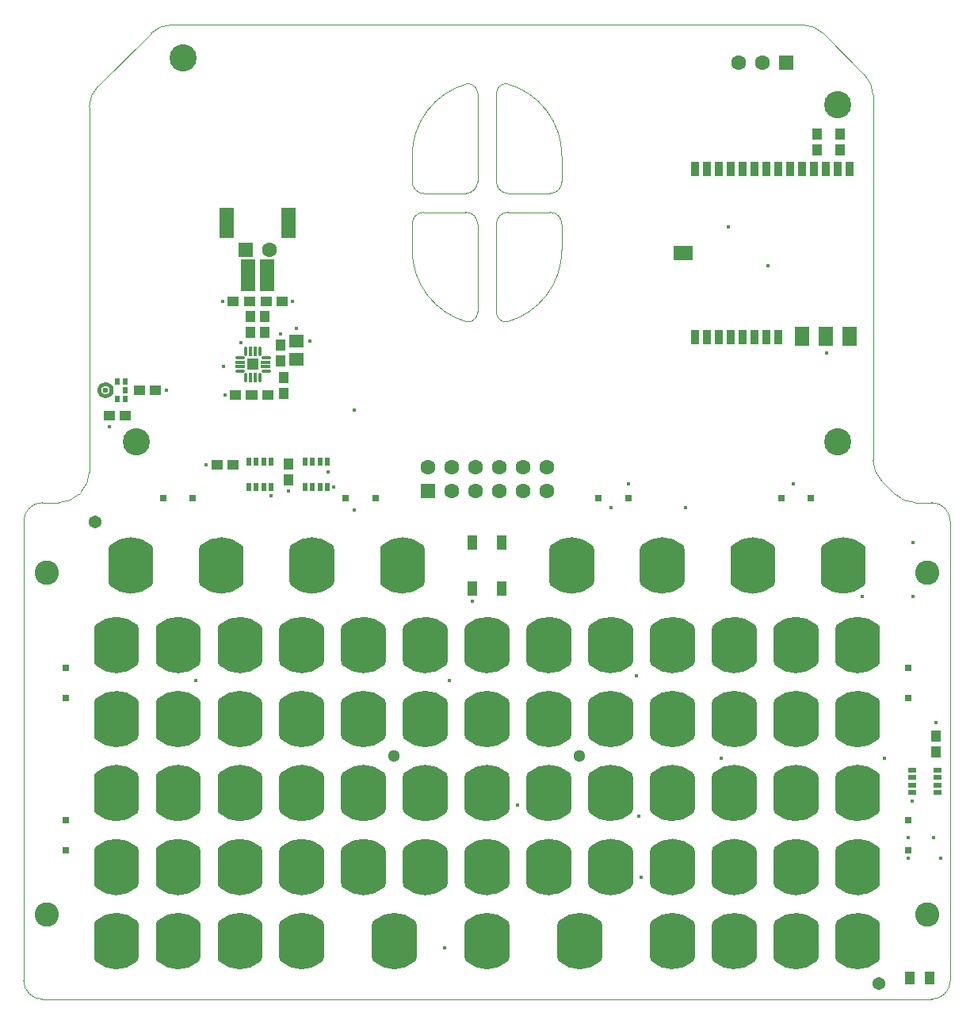
<source format=gts>
G04*
G04 #@! TF.GenerationSoftware,Altium Limited,Altium Designer,24.2.2 (26)*
G04*
G04 Layer_Color=8388736*
%FSLAX25Y25*%
%MOIN*%
G70*
G04*
G04 #@! TF.SameCoordinates,414444BF-B964-4898-950E-571982E1B149*
G04*
G04*
G04 #@! TF.FilePolarity,Negative*
G04*
G01*
G75*
%ADD16C,0.00394*%
%ADD38C,0.03937*%
%ADD39C,0.01575*%
%ADD40R,0.05906X0.12598*%
%ADD41R,0.06299X0.13780*%
%ADD42R,0.04724X0.04331*%
%ADD43R,0.02449X0.02756*%
%ADD44C,0.01575*%
%ADD45C,0.03937*%
%ADD46C,0.10236*%
%ADD47R,0.02992X0.03032*%
%ADD48R,0.04331X0.05512*%
%ADD49R,0.03543X0.02165*%
%ADD50R,0.04331X0.04724*%
%ADD51R,0.03543X0.06299*%
%ADD52R,0.06299X0.08268*%
%ADD53R,0.08268X0.06299*%
%ADD54R,0.04331X0.06299*%
%ADD55R,0.03032X0.02992*%
%ADD56R,0.02165X0.03543*%
%ADD57O,0.01575X0.03937*%
%ADD58O,0.01575X0.04134*%
%ADD59O,0.03937X0.01575*%
%ADD60O,0.04134X0.01575*%
%ADD61R,0.04724X0.04724*%
%ADD62R,0.06299X0.05512*%
%ADD63C,0.06299*%
%ADD64R,0.06299X0.06299*%
%ADD65C,0.02362*%
%ADD66C,0.05394*%
%ADD67C,0.05118*%
%ADD68C,0.11417*%
%ADD69C,0.01772*%
G36*
X81013Y-7521D02*
X83096D01*
Y-21748D01*
X80960D01*
Y-23210D01*
X66340D01*
Y-21694D01*
X64297D01*
Y-7467D01*
X66393D01*
Y-6280D01*
X81013D01*
Y-7521D01*
D02*
G37*
G36*
X157194Y-7521D02*
X159277D01*
Y-21748D01*
X157141D01*
Y-23210D01*
X142522D01*
Y-21694D01*
X140478D01*
Y-7467D01*
X142574D01*
Y-6280D01*
X157194D01*
Y-7521D01*
D02*
G37*
G36*
X119103D02*
X121186D01*
Y-21748D01*
X119051D01*
Y-23210D01*
X104431D01*
Y-21694D01*
X102387D01*
Y-7467D01*
X104484D01*
Y-6280D01*
X119103D01*
Y-7521D01*
D02*
G37*
G36*
X42922D02*
X45005D01*
Y-21748D01*
X42869D01*
Y-23210D01*
X28250D01*
Y-21694D01*
X26206D01*
Y-7467D01*
X28302D01*
Y-6280D01*
X42922D01*
Y-7521D01*
D02*
G37*
G36*
X-28239D02*
X-26156D01*
Y-21748D01*
X-28292D01*
Y-23210D01*
X-42912D01*
Y-21694D01*
X-44955D01*
Y-7467D01*
X-42859D01*
Y-6280D01*
X-28239D01*
Y-7521D01*
D02*
G37*
G36*
X-66330D02*
X-64247D01*
Y-21748D01*
X-66383D01*
Y-23210D01*
X-81002D01*
Y-21694D01*
X-83046D01*
Y-7467D01*
X-80949D01*
Y-6280D01*
X-66330D01*
Y-7521D01*
D02*
G37*
G36*
X-104420D02*
X-102337D01*
Y-21748D01*
X-104473D01*
Y-23210D01*
X-119093D01*
Y-21694D01*
X-121136D01*
Y-7467D01*
X-119040D01*
Y-6280D01*
X-104420D01*
Y-7521D01*
D02*
G37*
G36*
X-142511D02*
X-140428D01*
Y-21748D01*
X-142564D01*
Y-23210D01*
X-157183D01*
Y-21694D01*
X-159227D01*
Y-7467D01*
X-157131D01*
Y-6280D01*
X-142511D01*
Y-7521D01*
D02*
G37*
G36*
X163237Y-40946D02*
X165320D01*
Y-55173D01*
X163184D01*
Y-56635D01*
X148565D01*
Y-55119D01*
X146521D01*
Y-40892D01*
X148617D01*
Y-39706D01*
X163237D01*
Y-40946D01*
D02*
G37*
G36*
X137253D02*
X139336D01*
Y-55173D01*
X137200D01*
Y-56635D01*
X122581D01*
Y-55119D01*
X120537D01*
Y-40892D01*
X122633D01*
Y-39706D01*
X137253D01*
Y-40946D01*
D02*
G37*
G36*
X111268D02*
X113352D01*
Y-55173D01*
X111216D01*
Y-56635D01*
X96596D01*
Y-55119D01*
X94552D01*
Y-40892D01*
X96649D01*
Y-39706D01*
X111268D01*
Y-40946D01*
D02*
G37*
G36*
X85284D02*
X87367D01*
Y-55173D01*
X85232D01*
Y-56635D01*
X70612D01*
Y-55119D01*
X68568D01*
Y-40892D01*
X70665D01*
Y-39706D01*
X85284D01*
Y-40946D01*
D02*
G37*
G36*
X59300D02*
X61383D01*
Y-55173D01*
X59247D01*
Y-56635D01*
X44628D01*
Y-55119D01*
X42584D01*
Y-40892D01*
X44680D01*
Y-39706D01*
X59300D01*
Y-40946D01*
D02*
G37*
G36*
X33316D02*
X35399D01*
Y-55173D01*
X33263D01*
Y-56635D01*
X18643D01*
Y-55119D01*
X16600D01*
Y-40892D01*
X18696D01*
Y-39706D01*
X33316D01*
Y-40946D01*
D02*
G37*
G36*
X7331D02*
X9415D01*
Y-55173D01*
X7279D01*
Y-56635D01*
X-7341D01*
Y-55119D01*
X-9385D01*
Y-40892D01*
X-7288D01*
Y-39706D01*
X7331D01*
Y-40946D01*
D02*
G37*
G36*
X-18653D02*
X-16570D01*
Y-55173D01*
X-18705D01*
Y-56635D01*
X-33325D01*
Y-55119D01*
X-35369D01*
Y-40892D01*
X-33272D01*
Y-39706D01*
X-18653D01*
Y-40946D01*
D02*
G37*
G36*
X-44637D02*
X-42554D01*
Y-55173D01*
X-44690D01*
Y-56635D01*
X-59309D01*
Y-55119D01*
X-61353D01*
Y-40892D01*
X-59257D01*
Y-39706D01*
X-44637D01*
Y-40946D01*
D02*
G37*
G36*
X-70621D02*
X-68538D01*
Y-55173D01*
X-70674D01*
Y-56635D01*
X-85294D01*
Y-55119D01*
X-87337D01*
Y-40892D01*
X-85241D01*
Y-39706D01*
X-70621D01*
Y-40946D01*
D02*
G37*
G36*
X-96606D02*
X-94522D01*
Y-55173D01*
X-96658D01*
Y-56635D01*
X-111278D01*
Y-55119D01*
X-113322D01*
Y-40892D01*
X-111225D01*
Y-39706D01*
X-96606D01*
Y-40946D01*
D02*
G37*
G36*
X-122590D02*
X-120507D01*
Y-55173D01*
X-122642D01*
Y-56635D01*
X-137262D01*
Y-55119D01*
X-139306D01*
Y-40892D01*
X-137209D01*
Y-39706D01*
X-122590D01*
Y-40946D01*
D02*
G37*
G36*
X-148574D02*
X-146491D01*
Y-55173D01*
X-148627D01*
Y-56635D01*
X-163246D01*
Y-55119D01*
X-165290D01*
Y-40892D01*
X-163194D01*
Y-39706D01*
X-148574D01*
Y-40946D01*
D02*
G37*
G36*
X163237Y-72048D02*
X165320D01*
Y-86276D01*
X163184D01*
Y-87737D01*
X148565D01*
Y-86221D01*
X146521D01*
Y-71994D01*
X148617D01*
Y-70808D01*
X163237D01*
Y-72048D01*
D02*
G37*
G36*
X137253D02*
X139336D01*
Y-86276D01*
X137200D01*
Y-87737D01*
X122581D01*
Y-86221D01*
X120537D01*
Y-71994D01*
X122633D01*
Y-70808D01*
X137253D01*
Y-72048D01*
D02*
G37*
G36*
X111268D02*
X113352D01*
Y-86276D01*
X111216D01*
Y-87737D01*
X96596D01*
Y-86221D01*
X94552D01*
Y-71994D01*
X96649D01*
Y-70808D01*
X111268D01*
Y-72048D01*
D02*
G37*
G36*
X85284D02*
X87367D01*
Y-86276D01*
X85232D01*
Y-87737D01*
X70612D01*
Y-86221D01*
X68568D01*
Y-71994D01*
X70665D01*
Y-70808D01*
X85284D01*
Y-72048D01*
D02*
G37*
G36*
X59300D02*
X61383D01*
Y-86276D01*
X59247D01*
Y-87737D01*
X44628D01*
Y-86221D01*
X42584D01*
Y-71994D01*
X44680D01*
Y-70808D01*
X59300D01*
Y-72048D01*
D02*
G37*
G36*
X33316D02*
X35399D01*
Y-86276D01*
X33263D01*
Y-87737D01*
X18643D01*
Y-86221D01*
X16600D01*
Y-71994D01*
X18696D01*
Y-70808D01*
X33316D01*
Y-72048D01*
D02*
G37*
G36*
X7331D02*
X9415D01*
Y-86276D01*
X7279D01*
Y-87737D01*
X-7341D01*
Y-86221D01*
X-9385D01*
Y-71994D01*
X-7288D01*
Y-70808D01*
X7331D01*
Y-72048D01*
D02*
G37*
G36*
X-18653D02*
X-16570D01*
Y-86276D01*
X-18705D01*
Y-87737D01*
X-33325D01*
Y-86221D01*
X-35369D01*
Y-71994D01*
X-33272D01*
Y-70808D01*
X-18653D01*
Y-72048D01*
D02*
G37*
G36*
X-44637D02*
X-42554D01*
Y-86276D01*
X-44690D01*
Y-87737D01*
X-59309D01*
Y-86221D01*
X-61353D01*
Y-71994D01*
X-59257D01*
Y-70808D01*
X-44637D01*
Y-72048D01*
D02*
G37*
G36*
X-70621D02*
X-68538D01*
Y-86276D01*
X-70674D01*
Y-87737D01*
X-85294D01*
Y-86221D01*
X-87337D01*
Y-71994D01*
X-85241D01*
Y-70808D01*
X-70621D01*
Y-72048D01*
D02*
G37*
G36*
X-96606D02*
X-94522D01*
Y-86276D01*
X-96658D01*
Y-87737D01*
X-111278D01*
Y-86221D01*
X-113322D01*
Y-71994D01*
X-111225D01*
Y-70808D01*
X-96606D01*
Y-72048D01*
D02*
G37*
G36*
X-122590D02*
X-120507D01*
Y-86276D01*
X-122642D01*
Y-87737D01*
X-137262D01*
Y-86221D01*
X-139306D01*
Y-71994D01*
X-137209D01*
Y-70808D01*
X-122590D01*
Y-72048D01*
D02*
G37*
G36*
X-148574D02*
X-146491D01*
Y-86276D01*
X-148627D01*
Y-87737D01*
X-163246D01*
Y-86221D01*
X-165290D01*
Y-71994D01*
X-163194D01*
Y-70808D01*
X-148574D01*
Y-72048D01*
D02*
G37*
G36*
X163237Y-103151D02*
X165320D01*
Y-117378D01*
X163184D01*
Y-118840D01*
X148565D01*
Y-117324D01*
X146521D01*
Y-103096D01*
X148617D01*
Y-101910D01*
X163237D01*
Y-103151D01*
D02*
G37*
G36*
X137253D02*
X139336D01*
Y-117378D01*
X137200D01*
Y-118840D01*
X122581D01*
Y-117324D01*
X120537D01*
Y-103096D01*
X122633D01*
Y-101910D01*
X137253D01*
Y-103151D01*
D02*
G37*
G36*
X111268D02*
X113352D01*
Y-117378D01*
X111216D01*
Y-118840D01*
X96596D01*
Y-117324D01*
X94552D01*
Y-103096D01*
X96649D01*
Y-101910D01*
X111268D01*
Y-103151D01*
D02*
G37*
G36*
X85284D02*
X87367D01*
Y-117378D01*
X85232D01*
Y-118840D01*
X70612D01*
Y-117324D01*
X68568D01*
Y-103096D01*
X70665D01*
Y-101910D01*
X85284D01*
Y-103151D01*
D02*
G37*
G36*
X59300D02*
X61383D01*
Y-117378D01*
X59247D01*
Y-118840D01*
X44628D01*
Y-117324D01*
X42584D01*
Y-103096D01*
X44680D01*
Y-101910D01*
X59300D01*
Y-103151D01*
D02*
G37*
G36*
X33316D02*
X35399D01*
Y-117378D01*
X33263D01*
Y-118840D01*
X18643D01*
Y-117324D01*
X16600D01*
Y-103096D01*
X18696D01*
Y-101910D01*
X33316D01*
Y-103151D01*
D02*
G37*
G36*
X7331D02*
X9415D01*
Y-117378D01*
X7279D01*
Y-118840D01*
X-7341D01*
Y-117324D01*
X-9385D01*
Y-103096D01*
X-7288D01*
Y-101910D01*
X7331D01*
Y-103151D01*
D02*
G37*
G36*
X-18653D02*
X-16570D01*
Y-117378D01*
X-18705D01*
Y-118840D01*
X-33325D01*
Y-117324D01*
X-35369D01*
Y-103096D01*
X-33272D01*
Y-101910D01*
X-18653D01*
Y-103151D01*
D02*
G37*
G36*
X-44637D02*
X-42554D01*
Y-117378D01*
X-44690D01*
Y-118840D01*
X-59309D01*
Y-117324D01*
X-61353D01*
Y-103096D01*
X-59257D01*
Y-101910D01*
X-44637D01*
Y-103151D01*
D02*
G37*
G36*
X-70621D02*
X-68538D01*
Y-117378D01*
X-70674D01*
Y-118840D01*
X-85294D01*
Y-117324D01*
X-87337D01*
Y-103096D01*
X-85241D01*
Y-101910D01*
X-70621D01*
Y-103151D01*
D02*
G37*
G36*
X-96606D02*
X-94522D01*
Y-117378D01*
X-96658D01*
Y-118840D01*
X-111278D01*
Y-117324D01*
X-113322D01*
Y-103096D01*
X-111225D01*
Y-101910D01*
X-96606D01*
Y-103151D01*
D02*
G37*
G36*
X-122590D02*
X-120507D01*
Y-117378D01*
X-122642D01*
Y-118840D01*
X-137262D01*
Y-117324D01*
X-139306D01*
Y-103096D01*
X-137209D01*
Y-101910D01*
X-122590D01*
Y-103151D01*
D02*
G37*
G36*
X-148574D02*
X-146491D01*
Y-117378D01*
X-148627D01*
Y-118840D01*
X-163246D01*
Y-117324D01*
X-165290D01*
Y-103096D01*
X-163194D01*
Y-101910D01*
X-148574D01*
Y-103151D01*
D02*
G37*
G36*
X163237Y-134253D02*
X165320D01*
Y-148480D01*
X163184D01*
Y-149942D01*
X148565D01*
Y-148426D01*
X146521D01*
Y-134199D01*
X148617D01*
Y-133013D01*
X163237D01*
Y-134253D01*
D02*
G37*
G36*
X137253D02*
X139336D01*
Y-148480D01*
X137200D01*
Y-149942D01*
X122581D01*
Y-148426D01*
X120537D01*
Y-134199D01*
X122633D01*
Y-133013D01*
X137253D01*
Y-134253D01*
D02*
G37*
G36*
X111268D02*
X113352D01*
Y-148480D01*
X111216D01*
Y-149942D01*
X96596D01*
Y-148426D01*
X94552D01*
Y-134199D01*
X96649D01*
Y-133013D01*
X111268D01*
Y-134253D01*
D02*
G37*
G36*
X85284D02*
X87367D01*
Y-148480D01*
X85232D01*
Y-149942D01*
X70612D01*
Y-148426D01*
X68568D01*
Y-134199D01*
X70665D01*
Y-133013D01*
X85284D01*
Y-134253D01*
D02*
G37*
G36*
X59300D02*
X61383D01*
Y-148480D01*
X59247D01*
Y-149942D01*
X44628D01*
Y-148426D01*
X42584D01*
Y-134199D01*
X44680D01*
Y-133013D01*
X59300D01*
Y-134253D01*
D02*
G37*
G36*
X33316D02*
X35399D01*
Y-148480D01*
X33263D01*
Y-149942D01*
X18643D01*
Y-148426D01*
X16600D01*
Y-134199D01*
X18696D01*
Y-133013D01*
X33316D01*
Y-134253D01*
D02*
G37*
G36*
X7331D02*
X9415D01*
Y-148480D01*
X7279D01*
Y-149942D01*
X-7341D01*
Y-148426D01*
X-9385D01*
Y-134199D01*
X-7288D01*
Y-133013D01*
X7331D01*
Y-134253D01*
D02*
G37*
G36*
X-18653D02*
X-16570D01*
Y-148480D01*
X-18705D01*
Y-149942D01*
X-33325D01*
Y-148426D01*
X-35369D01*
Y-134199D01*
X-33272D01*
Y-133013D01*
X-18653D01*
Y-134253D01*
D02*
G37*
G36*
X-44637D02*
X-42554D01*
Y-148480D01*
X-44690D01*
Y-149942D01*
X-59309D01*
Y-148426D01*
X-61353D01*
Y-134199D01*
X-59257D01*
Y-133013D01*
X-44637D01*
Y-134253D01*
D02*
G37*
G36*
X-70621D02*
X-68538D01*
Y-148480D01*
X-70674D01*
Y-149942D01*
X-85294D01*
Y-148426D01*
X-87337D01*
Y-134199D01*
X-85241D01*
Y-133013D01*
X-70621D01*
Y-134253D01*
D02*
G37*
G36*
X-96606D02*
X-94522D01*
Y-148480D01*
X-96658D01*
Y-149942D01*
X-111278D01*
Y-148426D01*
X-113322D01*
Y-134199D01*
X-111225D01*
Y-133013D01*
X-96606D01*
Y-134253D01*
D02*
G37*
G36*
X-122590D02*
X-120507D01*
Y-148480D01*
X-122642D01*
Y-149942D01*
X-137262D01*
Y-148426D01*
X-139306D01*
Y-134199D01*
X-137209D01*
Y-133013D01*
X-122590D01*
Y-134253D01*
D02*
G37*
G36*
X-148574D02*
X-146491D01*
Y-148480D01*
X-148627D01*
Y-149942D01*
X-163246D01*
Y-148426D01*
X-165290D01*
Y-134199D01*
X-163194D01*
Y-133013D01*
X-148574D01*
Y-134253D01*
D02*
G37*
G36*
Y-165355D02*
X-146491D01*
Y-179583D01*
X-148627D01*
Y-181044D01*
X-163246D01*
Y-179529D01*
X-165290D01*
Y-165301D01*
X-163194D01*
Y-164115D01*
X-148574D01*
Y-165355D01*
D02*
G37*
G36*
X163237Y-165359D02*
X165320D01*
Y-179586D01*
X163184D01*
Y-181048D01*
X148565D01*
Y-179532D01*
X146521D01*
Y-165305D01*
X148617D01*
Y-164119D01*
X163237D01*
Y-165359D01*
D02*
G37*
G36*
X137253D02*
X139336D01*
Y-179586D01*
X137200D01*
Y-181048D01*
X122581D01*
Y-179532D01*
X120537D01*
Y-165305D01*
X122633D01*
Y-164119D01*
X137253D01*
Y-165359D01*
D02*
G37*
G36*
X111268D02*
X113352D01*
Y-179586D01*
X111216D01*
Y-181048D01*
X96596D01*
Y-179532D01*
X94552D01*
Y-165305D01*
X96649D01*
Y-164119D01*
X111268D01*
Y-165359D01*
D02*
G37*
G36*
X85284D02*
X87367D01*
Y-179586D01*
X85232D01*
Y-181048D01*
X70612D01*
Y-179532D01*
X68568D01*
Y-165305D01*
X70665D01*
Y-164119D01*
X85284D01*
Y-165359D01*
D02*
G37*
G36*
X46308D02*
X48391D01*
Y-179586D01*
X46255D01*
Y-181048D01*
X31636D01*
Y-179532D01*
X29592D01*
Y-165305D01*
X31688D01*
Y-164119D01*
X46308D01*
Y-165359D01*
D02*
G37*
G36*
X7332D02*
X9415D01*
Y-179586D01*
X7279D01*
Y-181048D01*
X-7341D01*
Y-179532D01*
X-9385D01*
Y-165305D01*
X-7288D01*
Y-164119D01*
X7332D01*
Y-165359D01*
D02*
G37*
G36*
X-31645D02*
X-29562D01*
Y-179586D01*
X-31697D01*
Y-181048D01*
X-46317D01*
Y-179532D01*
X-48361D01*
Y-165305D01*
X-46264D01*
Y-164119D01*
X-31645D01*
Y-165359D01*
D02*
G37*
G36*
X-70621D02*
X-68538D01*
Y-179586D01*
X-70674D01*
Y-181048D01*
X-85294D01*
Y-179532D01*
X-87337D01*
Y-165305D01*
X-85241D01*
Y-164119D01*
X-70621D01*
Y-165359D01*
D02*
G37*
G36*
X-96606D02*
X-94522D01*
Y-179586D01*
X-96658D01*
Y-181048D01*
X-111278D01*
Y-179532D01*
X-113321D01*
Y-165305D01*
X-111225D01*
Y-164119D01*
X-96606D01*
Y-165359D01*
D02*
G37*
G36*
X-122590D02*
X-120507D01*
Y-179586D01*
X-122642D01*
Y-181048D01*
X-137262D01*
Y-179532D01*
X-139306D01*
Y-165305D01*
X-137209D01*
Y-164119D01*
X-122590D01*
Y-165359D01*
D02*
G37*
D16*
X-31496Y118110D02*
G03*
X-8152Y87687I31496J0D01*
G01*
D02*
G03*
X-3937Y91902I0J4215D01*
G01*
X8152Y87687D02*
G03*
X31496Y118110I-8152J30423D01*
G01*
X3937Y91902D02*
G03*
X8152Y87687I4215J0D01*
G01*
X26496Y141733D02*
G03*
X31496Y146733I0J5000D01*
G01*
Y128858D02*
G03*
X26496Y133858I-5000J0D01*
G01*
X-3937Y183688D02*
G03*
X-8152Y187903I-4215J0D01*
G01*
D02*
G03*
X-31496Y157480I8152J-30423D01*
G01*
X8152Y187904D02*
G03*
X3937Y183689I0J-4215D01*
G01*
X31496Y157481D02*
G03*
X8152Y187904I-31496J0D01*
G01*
X8937Y133858D02*
G03*
X3937Y128858I0J-5000D01*
G01*
X-26496Y133858D02*
G03*
X-31496Y128858I0J-5000D01*
G01*
X-3937D02*
G03*
X-8937Y133858I-5000J0D01*
G01*
X3937Y146733D02*
G03*
X8937Y141733I5000J0D01*
G01*
X-8937Y141732D02*
G03*
X-3937Y146732I0J5000D01*
G01*
X-31496D02*
G03*
X-26496Y141732I5000J0D01*
G01*
X194883Y3937D02*
G03*
X187008Y11812I-7875J0D01*
G01*
Y-196851D02*
G03*
X194883Y-188976I0J7875D01*
G01*
X-194883D02*
G03*
X-187008Y-196851I7875J0D01*
G01*
Y11812D02*
G03*
X-194883Y3937I0J-7875D01*
G01*
X-180197Y11811D02*
G03*
X-171661Y15347I0J12071D01*
G01*
X171661D02*
G03*
X180197Y11811I8535J8535D01*
G01*
X-170858Y16150D02*
G03*
X-167323Y24685I-8535J8535D01*
G01*
X162402Y29606D02*
G03*
X165937Y21071I12071J0D01*
G01*
X-163787Y186606D02*
G03*
X-167323Y178071I8535J-8535D01*
G01*
X-132795Y212598D02*
G03*
X-141331Y209063I0J-12071D01*
G01*
X141331D02*
G03*
X132795Y212598I-8535J-8535D01*
G01*
X162402Y182992D02*
G03*
X158866Y191528I-12071J0D01*
G01*
X-3937Y91902D02*
Y128858D01*
X31496Y128858D02*
X31496Y118110D01*
X3937Y91902D02*
Y128858D01*
X-31496Y118110D02*
Y128858D01*
X31496Y146733D02*
Y157481D01*
X-3937Y146732D02*
Y183688D01*
X-31496Y146732D02*
Y157480D01*
X3937Y146733D02*
Y183689D01*
X8937Y133858D02*
X26496D01*
X-26496D02*
X-8937D01*
X8937Y141733D02*
X26496D01*
X-26496Y141732D02*
X-8937D01*
X194882Y-188977D02*
Y3938D01*
X180197Y11811D02*
X187009D01*
X-187009Y-196850D02*
X187009D01*
X-194882Y-188977D02*
Y3938D01*
X-187009Y11811D02*
X-180197D01*
X-171661Y15347D02*
X-171260Y15748D01*
X171260D02*
X171661Y15347D01*
X-171260Y15748D02*
X-170858Y16150D01*
X-167323Y24685D02*
Y31575D01*
X165937Y21071D02*
X171260Y15748D01*
X162402Y29606D02*
Y29766D01*
X-167323Y31575D02*
Y178071D01*
X-163787Y186606D02*
X-141331Y209063D01*
X-132795Y212598D02*
X132795D01*
X141331Y209063D02*
X158866Y191528D01*
X162402Y29766D02*
Y182992D01*
D38*
X157194Y-7521D02*
G03*
X149827Y-4725I-7340J-8240D01*
G01*
D02*
G03*
X142574Y-7467I26J-11035D01*
G01*
X-122590Y-103151D02*
G03*
X-137209Y-103096I-7340J-8240D01*
G01*
X59300Y-134253D02*
G03*
X44680Y-134199I-7340J-8240D01*
G01*
X33316Y-134253D02*
G03*
X18696Y-134199I-7340J-8240D01*
G01*
X-104420Y-7521D02*
G03*
X-119040Y-7467I-7340J-8240D01*
G01*
X66340Y-21694D02*
G03*
X80960Y-21748I7340J8240D01*
G01*
X-163246Y-179529D02*
G03*
X-148627Y-179583I7340J8240D01*
G01*
X-137262Y-179532D02*
G03*
X-122642Y-179586I7340J8240D01*
G01*
X-111278Y-179532D02*
G03*
X-96658Y-179586I7340J8240D01*
G01*
X-96606Y-165359D02*
G03*
X-111225Y-165305I-7340J-8240D01*
G01*
X-85294Y-179532D02*
G03*
X-70674Y-179586I7340J8240D01*
G01*
X-46317Y-179532D02*
G03*
X-31697Y-179586I7340J8240D01*
G01*
X-7341Y-179532D02*
G03*
X7279Y-179586I7340J8240D01*
G01*
X31636Y-179532D02*
G03*
X46255Y-179586I7340J8240D01*
G01*
X70612Y-179532D02*
G03*
X85232Y-179586I7340J8240D01*
G01*
X96596Y-179532D02*
G03*
X111216Y-179586I7340J8240D01*
G01*
X122581Y-179532D02*
G03*
X137200Y-179586I7340J8240D01*
G01*
X148565Y-179532D02*
G03*
X163184Y-179586I7340J8240D01*
G01*
X70612Y-148426D02*
G03*
X85232Y-148480I7340J8240D01*
G01*
X96596Y-148426D02*
G03*
X111216Y-148480I7340J8240D01*
G01*
X122581Y-148426D02*
G03*
X137200Y-148480I7340J8240D01*
G01*
X148565Y-148426D02*
G03*
X163184Y-148480I7340J8240D01*
G01*
X-33325Y-148426D02*
G03*
X-18705Y-148480I7340J8240D01*
G01*
X-7341Y-148426D02*
G03*
X7279Y-148480I7340J8240D01*
G01*
X18643Y-148426D02*
G03*
X33263Y-148480I7340J8240D01*
G01*
X44628Y-148426D02*
G03*
X59247Y-148480I7340J8240D01*
G01*
X-137262Y-148426D02*
G03*
X-122642Y-148480I7340J8240D01*
G01*
X-111278Y-148426D02*
G03*
X-96658Y-148480I7340J8240D01*
G01*
X-85294Y-148426D02*
G03*
X-70674Y-148480I7340J8240D01*
G01*
X-59309Y-148426D02*
G03*
X-44690Y-148480I7340J8240D01*
G01*
X-163246Y-148426D02*
G03*
X-148627Y-148480I7340J8240D01*
G01*
X70612Y-117324D02*
G03*
X85232Y-117378I7340J8240D01*
G01*
X96596Y-117324D02*
G03*
X111216Y-117378I7340J8240D01*
G01*
X122581Y-117324D02*
G03*
X137200Y-117378I7340J8240D01*
G01*
X148565Y-117324D02*
G03*
X163184Y-117378I7340J8240D01*
G01*
X-33325Y-117324D02*
G03*
X-18705Y-117378I7340J8240D01*
G01*
X-7341Y-117324D02*
G03*
X7279Y-117378I7340J8240D01*
G01*
X18643Y-117324D02*
G03*
X33263Y-117378I7340J8240D01*
G01*
X44628Y-117324D02*
G03*
X59247Y-117378I7340J8240D01*
G01*
X-137262Y-117324D02*
G03*
X-122642Y-117378I7340J8240D01*
G01*
X-111278Y-117324D02*
G03*
X-96658Y-117378I7340J8240D01*
G01*
X-85294Y-117324D02*
G03*
X-70674Y-117378I7340J8240D01*
G01*
X-59309Y-117324D02*
G03*
X-44690Y-117378I7340J8240D01*
G01*
X-163246Y-117324D02*
G03*
X-148627Y-117378I7340J8240D01*
G01*
X70612Y-86221D02*
G03*
X85232Y-86276I7340J8240D01*
G01*
X96596Y-86221D02*
G03*
X111216Y-86276I7340J8240D01*
G01*
X122581Y-86221D02*
G03*
X137200Y-86276I7340J8240D01*
G01*
X148565Y-86221D02*
G03*
X163184Y-86276I7340J8240D01*
G01*
X-33325Y-86221D02*
G03*
X-18705Y-86276I7340J8240D01*
G01*
X-7341Y-86221D02*
G03*
X7279Y-86276I7340J8240D01*
G01*
X18643Y-86221D02*
G03*
X33263Y-86276I7340J8240D01*
G01*
X44628Y-86221D02*
G03*
X59247Y-86276I7340J8240D01*
G01*
X-137262Y-86221D02*
G03*
X-122642Y-86276I7340J8240D01*
G01*
X-111278Y-86221D02*
G03*
X-96658Y-86276I7340J8240D01*
G01*
X-85294Y-86221D02*
G03*
X-70674Y-86276I7340J8240D01*
G01*
X-59309Y-86221D02*
G03*
X-44690Y-86276I7340J8240D01*
G01*
X-163246Y-86221D02*
G03*
X-148627Y-86276I7340J8240D01*
G01*
X70612Y-55119D02*
G03*
X85232Y-55173I7340J8240D01*
G01*
X96596Y-55119D02*
G03*
X111216Y-55173I7340J8240D01*
G01*
X122581Y-55119D02*
G03*
X137200Y-55173I7340J8240D01*
G01*
X148565Y-55119D02*
G03*
X163184Y-55173I7340J8240D01*
G01*
X-33325Y-55119D02*
G03*
X-18705Y-55173I7340J8240D01*
G01*
X-7341Y-55119D02*
G03*
X7279Y-55173I7340J8240D01*
G01*
X18643Y-55119D02*
G03*
X33263Y-55173I7340J8240D01*
G01*
X44628Y-55119D02*
G03*
X59247Y-55173I7340J8240D01*
G01*
X-137262Y-55119D02*
G03*
X-122642Y-55173I7340J8240D01*
G01*
X-111278Y-55119D02*
G03*
X-96658Y-55173I7340J8240D01*
G01*
X-85294Y-55119D02*
G03*
X-70674Y-55173I7340J8240D01*
G01*
X-59309Y-55119D02*
G03*
X-44690Y-55173I7340J8240D01*
G01*
X-163246Y-55119D02*
G03*
X-148627Y-55173I7340J8240D01*
G01*
X-148574Y-40946D02*
G03*
X-163194Y-40892I-7340J-8240D01*
G01*
X-157183Y-21694D02*
G03*
X-142564Y-21748I7340J8240D01*
G01*
X-119093Y-21694D02*
G03*
X-104473Y-21748I7340J8240D01*
G01*
X-81002Y-21694D02*
G03*
X-66383Y-21748I7340J8240D01*
G01*
X-42912Y-21694D02*
G03*
X-28292Y-21748I7340J8240D01*
G01*
X28250Y-21694D02*
G03*
X42869Y-21748I7340J8240D01*
G01*
X104431Y-21694D02*
G03*
X119051Y-21748I7340J8240D01*
G01*
X142522Y-21694D02*
G03*
X157141Y-21748I7340J8240D01*
G01*
X7331Y-134253D02*
G03*
X-7288Y-134199I-7340J-8240D01*
G01*
X111268Y-103151D02*
G03*
X96649Y-103096I-7340J-8240D01*
G01*
X-18653Y-72048D02*
G03*
X-33272Y-71994I-7340J-8240D01*
G01*
X-96606Y-103151D02*
G03*
X-111225Y-103096I-7340J-8240D01*
G01*
X-70621Y-165359D02*
G03*
X-85241Y-165305I-7340J-8240D01*
G01*
X-122590Y-40946D02*
G03*
X-137209Y-40892I-7340J-8240D01*
G01*
X-142511Y-7521D02*
G03*
X-157131Y-7467I-7340J-8240D01*
G01*
X7331Y-72048D02*
G03*
X-7288Y-71994I-7340J-8240D01*
G01*
X137253Y-103151D02*
G03*
X122633Y-103096I-7340J-8240D01*
G01*
X111268Y-40946D02*
G03*
X96649Y-40892I-7340J-8240D01*
G01*
X-70621Y-103151D02*
G03*
X-85241Y-103096I-7340J-8240D01*
G01*
X-31645Y-165359D02*
G03*
X-46264Y-165305I-7340J-8240D01*
G01*
X-96606Y-40946D02*
G03*
X-111225Y-40892I-7340J-8240D01*
G01*
X33316Y-72048D02*
G03*
X18696Y-71994I-7340J-8240D01*
G01*
X163237Y-103151D02*
G03*
X148617Y-103096I-7340J-8240D01*
G01*
X137253Y-40946D02*
G03*
X122633Y-40892I-7340J-8240D01*
G01*
X-148574Y-134253D02*
G03*
X-163194Y-134199I-7340J-8240D01*
G01*
X7332Y-165359D02*
G03*
X-7288Y-165305I-7340J-8240D01*
G01*
X-70621Y-40946D02*
G03*
X-85241Y-40892I-7340J-8240D01*
G01*
X-66330Y-7521D02*
G03*
X-80949Y-7467I-7340J-8240D01*
G01*
X-44637Y-103151D02*
G03*
X-59257Y-103096I-7340J-8240D01*
G01*
X59300Y-72048D02*
G03*
X44680Y-71994I-7340J-8240D01*
G01*
X85284Y-134253D02*
G03*
X70665Y-134199I-7340J-8240D01*
G01*
X163237Y-40946D02*
G03*
X148617Y-40892I-7340J-8240D01*
G01*
X-148574Y-72048D02*
G03*
X-163194Y-71994I-7340J-8240D01*
G01*
X-122590Y-134253D02*
G03*
X-137209Y-134199I-7340J-8240D01*
G01*
X-18653Y-103151D02*
G03*
X-33272Y-103096I-7340J-8240D01*
G01*
X-44637Y-40946D02*
G03*
X-59257Y-40892I-7340J-8240D01*
G01*
X-28239Y-7521D02*
G03*
X-42859Y-7467I-7340J-8240D01*
G01*
X46308Y-165359D02*
G03*
X31688Y-165305I-7340J-8240D01*
G01*
X111268Y-134253D02*
G03*
X96649Y-134199I-7340J-8240D01*
G01*
X85284Y-72048D02*
G03*
X70665Y-71994I-7340J-8240D01*
G01*
X-96606Y-134253D02*
G03*
X-111225Y-134199I-7340J-8240D01*
G01*
X-122590Y-72048D02*
G03*
X-137209Y-71994I-7340J-8240D01*
G01*
X7331Y-103151D02*
G03*
X-7288Y-103096I-7340J-8240D01*
G01*
X-18653Y-40946D02*
G03*
X-33272Y-40892I-7340J-8240D01*
G01*
X42922Y-7521D02*
G03*
X28302Y-7467I-7340J-8240D01*
G01*
X85284Y-165359D02*
G03*
X70665Y-165305I-7340J-8240D01*
G01*
X137253Y-134253D02*
G03*
X122633Y-134199I-7340J-8240D01*
G01*
X111268Y-72048D02*
G03*
X96649Y-71994I-7340J-8240D01*
G01*
X-70621Y-134253D02*
G03*
X-85241Y-134199I-7340J-8240D01*
G01*
X-96606Y-72048D02*
G03*
X-111225Y-71994I-7340J-8240D01*
G01*
X33316Y-103151D02*
G03*
X18696Y-103096I-7340J-8240D01*
G01*
X7331Y-40946D02*
G03*
X-7288Y-40892I-7340J-8240D01*
G01*
X81013Y-7521D02*
G03*
X73681Y-4725I-7340J-8240D01*
G01*
D02*
G03*
X66393Y-7467I-9J-11035D01*
G01*
X111268Y-165359D02*
G03*
X96649Y-165305I-7340J-8240D01*
G01*
X163237Y-134253D02*
G03*
X148617Y-134199I-7340J-8240D01*
G01*
X137253Y-72048D02*
G03*
X122633Y-71994I-7340J-8240D01*
G01*
X-148574Y-165355D02*
G03*
X-163194Y-165301I-7340J-8240D01*
G01*
X-44637Y-134253D02*
G03*
X-59257Y-134199I-7340J-8240D01*
G01*
X-70621Y-72048D02*
G03*
X-85241Y-71994I-7340J-8240D01*
G01*
X59300Y-103151D02*
G03*
X44680Y-103096I-7340J-8240D01*
G01*
X33316Y-40946D02*
G03*
X18696Y-40892I-7340J-8240D01*
G01*
X137253Y-165359D02*
G03*
X122633Y-165305I-7340J-8240D01*
G01*
X163237Y-72048D02*
G03*
X148617Y-71994I-7340J-8240D01*
G01*
X111772Y-4725D02*
G03*
X104484Y-7467I-9J-11035D01*
G01*
X-122590Y-165359D02*
G03*
X-137209Y-165305I-7340J-8240D01*
G01*
X-148574Y-103151D02*
G03*
X-163194Y-103096I-7340J-8240D01*
G01*
X-18653Y-134253D02*
G03*
X-33272Y-134199I-7340J-8240D01*
G01*
X85284Y-103151D02*
G03*
X70665Y-103096I-7340J-8240D01*
G01*
X-44637Y-72048D02*
G03*
X-59257Y-71994I-7340J-8240D01*
G01*
X59300Y-40946D02*
G03*
X44680Y-40892I-7340J-8240D01*
G01*
X163237Y-165359D02*
G03*
X148617Y-165305I-7340J-8240D01*
G01*
X85284Y-40946D02*
G03*
X77953Y-38151I-7340J-8240D01*
G01*
D02*
G03*
X70665Y-40892I-9J-11035D01*
G01*
X119103Y-7521D02*
G03*
X111772Y-4725I-7340J-8240D01*
G01*
D39*
X-157825Y59055D02*
G03*
X-157825Y59055I-2608J0D01*
G01*
D40*
X-83465Y129527D02*
D03*
X-109449Y129527D02*
D03*
D41*
X-92520Y107283D02*
D03*
X-100394D02*
D03*
D42*
X-152165Y48229D02*
D03*
X-158858D02*
D03*
X-146063Y59055D02*
D03*
X-139370Y59055D02*
D03*
X-106889Y27559D02*
D03*
X-113582Y27559D02*
D03*
X-98819Y57087D02*
D03*
X-92126D02*
D03*
X-99016Y57086D02*
D03*
X-105709D02*
D03*
X-100000Y96457D02*
D03*
X-106693Y96457D02*
D03*
X-92914Y96456D02*
D03*
X-86221D02*
D03*
D43*
X-155504Y55512D02*
D03*
X-152268D02*
D03*
X-152268Y59055D02*
D03*
X-155504Y62598D02*
D03*
X-152268D02*
D03*
D44*
X-163041Y59055D02*
D03*
D45*
X73681Y-4760D02*
D03*
X-155905Y-162595D02*
D03*
X-129921Y-162598D02*
D03*
X-103937D02*
D03*
X-77953D02*
D03*
X-38976D02*
D03*
X0D02*
D03*
X38976D02*
D03*
X77953D02*
D03*
X103937D02*
D03*
X129921D02*
D03*
X155905D02*
D03*
X77953Y-131493D02*
D03*
X103937D02*
D03*
X129921D02*
D03*
X155905D02*
D03*
X-25984D02*
D03*
X0D02*
D03*
X25984D02*
D03*
X51968D02*
D03*
X-129921D02*
D03*
X-103937D02*
D03*
X-77953D02*
D03*
X-51968D02*
D03*
X-155905D02*
D03*
X77953Y-100390D02*
D03*
X103937D02*
D03*
X129921D02*
D03*
X155905D02*
D03*
X-25984D02*
D03*
X0D02*
D03*
X25984D02*
D03*
X51968D02*
D03*
X-129921D02*
D03*
X-103937D02*
D03*
X-77953D02*
D03*
X-51968D02*
D03*
X-155905D02*
D03*
X77953Y-69288D02*
D03*
X103937D02*
D03*
X129921D02*
D03*
X155905D02*
D03*
X-25984D02*
D03*
X0D02*
D03*
X25984D02*
D03*
X51968D02*
D03*
X-129921D02*
D03*
X-103937D02*
D03*
X-77953D02*
D03*
X-51968D02*
D03*
X-155905D02*
D03*
X77953Y-38186D02*
D03*
X103937D02*
D03*
X129921D02*
D03*
X155905D02*
D03*
X-25984D02*
D03*
X0D02*
D03*
X25984D02*
D03*
X51968D02*
D03*
X-129921D02*
D03*
X-103937D02*
D03*
X-77953D02*
D03*
X-51968D02*
D03*
X-155905D02*
D03*
X-149843Y-4760D02*
D03*
X-111752D02*
D03*
X-73661D02*
D03*
X-35571D02*
D03*
X35591D02*
D03*
X111772D02*
D03*
X149862D02*
D03*
D46*
X-155905Y-172441D02*
D03*
X-129921Y-172444D02*
D03*
X-103937D02*
D03*
X-77953D02*
D03*
X-38976D02*
D03*
X0D02*
D03*
X38976D02*
D03*
X77953D02*
D03*
X103937D02*
D03*
X129921D02*
D03*
X155905D02*
D03*
Y-141339D02*
D03*
X129921D02*
D03*
X103937D02*
D03*
X77953D02*
D03*
X51968D02*
D03*
X25984D02*
D03*
X0D02*
D03*
X-25984D02*
D03*
X-51968D02*
D03*
X-77953D02*
D03*
X-103937D02*
D03*
X-129921D02*
D03*
X-155905D02*
D03*
Y-110236D02*
D03*
X-129921D02*
D03*
X-103937D02*
D03*
X-77953D02*
D03*
X-51968D02*
D03*
X-25984D02*
D03*
X0D02*
D03*
X25984D02*
D03*
X51968D02*
D03*
X77953D02*
D03*
X103937D02*
D03*
X129921D02*
D03*
X155905D02*
D03*
X-155905Y-79134D02*
D03*
X-129921D02*
D03*
X-103937D02*
D03*
X-77953D02*
D03*
X-51968D02*
D03*
X-25984D02*
D03*
X0D02*
D03*
X25984D02*
D03*
X51968D02*
D03*
X77953D02*
D03*
X103937D02*
D03*
X129921D02*
D03*
X155905D02*
D03*
X-155905Y-48031D02*
D03*
X-129921D02*
D03*
X-103937D02*
D03*
X-77953D02*
D03*
X-51968D02*
D03*
X-25984D02*
D03*
X0D02*
D03*
X25984D02*
D03*
X51968D02*
D03*
X77953D02*
D03*
X103937D02*
D03*
X129921D02*
D03*
X155905D02*
D03*
X149862Y-14606D02*
D03*
X111772D02*
D03*
X73681D02*
D03*
X35591D02*
D03*
X-35571D02*
D03*
X-73661D02*
D03*
X-111752D02*
D03*
X-149843D02*
D03*
X-185039Y-17717D02*
D03*
Y-161417D02*
D03*
X185039Y-17717D02*
D03*
Y-161417D02*
D03*
D47*
X-177165Y-70217D02*
D03*
Y-57736D02*
D03*
Y-134193D02*
D03*
Y-121713D02*
D03*
X177165D02*
D03*
Y-134193D02*
D03*
Y-57736D02*
D03*
Y-70217D02*
D03*
D48*
X177953Y-187992D02*
D03*
X186221D02*
D03*
D49*
X178740Y-100591D02*
D03*
X178740Y-103740D02*
D03*
Y-106890D02*
D03*
X178740Y-110039D02*
D03*
X189370Y-100591D02*
D03*
Y-103740D02*
D03*
Y-106890D02*
D03*
Y-110039D02*
D03*
D50*
X188977Y-92914D02*
D03*
X188977Y-86221D02*
D03*
X148622Y166732D02*
D03*
X148622Y160039D02*
D03*
X138780Y166732D02*
D03*
X138780Y160039D02*
D03*
X-83662Y27953D02*
D03*
X-83662Y21260D02*
D03*
X-86956Y71509D02*
D03*
X-86956Y78202D02*
D03*
X-93504Y89961D02*
D03*
Y83268D02*
D03*
X-99410Y89961D02*
D03*
X-99410Y83268D02*
D03*
X-85630Y64370D02*
D03*
Y57678D02*
D03*
D51*
X152559Y152087D02*
D03*
X92559Y81299D02*
D03*
X97559D02*
D03*
X102559D02*
D03*
X107559D02*
D03*
X112559D02*
D03*
X117559D02*
D03*
X122559D02*
D03*
X147559Y152087D02*
D03*
X142559D02*
D03*
X137559D02*
D03*
X132559D02*
D03*
X127559D02*
D03*
X122559D02*
D03*
X117559D02*
D03*
X112559D02*
D03*
X107559D02*
D03*
X102559D02*
D03*
X92559D02*
D03*
X87559D02*
D03*
X97559D02*
D03*
X87559Y81299D02*
D03*
D52*
X132559Y81693D02*
D03*
X142559D02*
D03*
X152559D02*
D03*
D53*
X82559Y116693D02*
D03*
D54*
X6299Y-24409D02*
D03*
X-6299D02*
D03*
Y-5118D02*
D03*
X6299D02*
D03*
D55*
X-136161Y13780D02*
D03*
X-123681Y13780D02*
D03*
X-59390D02*
D03*
X-46909D02*
D03*
X123681D02*
D03*
X136161D02*
D03*
X46909D02*
D03*
X59390D02*
D03*
D56*
X-76575Y18307D02*
D03*
X-73425Y18307D02*
D03*
X-70276D02*
D03*
X-67126Y18307D02*
D03*
X-76575Y28937D02*
D03*
X-73425D02*
D03*
X-70276D02*
D03*
X-67126D02*
D03*
X-100197Y18307D02*
D03*
X-97047D02*
D03*
X-93898Y18307D02*
D03*
X-90748D02*
D03*
X-100197Y28937D02*
D03*
X-97047D02*
D03*
X-93898D02*
D03*
X-90748Y28937D02*
D03*
D57*
X-101378Y64370D02*
D03*
X-95473D02*
D03*
X-95473Y75394D02*
D03*
X-101378D02*
D03*
D58*
X-99410Y64468D02*
D03*
X-97441Y64468D02*
D03*
Y75295D02*
D03*
X-99410D02*
D03*
D59*
X-92913Y66929D02*
D03*
Y72835D02*
D03*
X-103937Y72835D02*
D03*
Y66929D02*
D03*
D60*
X-93012Y68898D02*
D03*
Y70866D02*
D03*
X-103839D02*
D03*
X-103839Y68898D02*
D03*
D61*
X-98425Y69882D02*
D03*
D62*
X-80067Y79580D02*
D03*
Y72100D02*
D03*
D63*
X-91457Y118110D02*
D03*
X-25000Y26654D02*
D03*
X-15000Y16654D02*
D03*
Y26654D02*
D03*
X-5000Y16654D02*
D03*
X-5000Y26654D02*
D03*
X15000D02*
D03*
X15000Y16654D02*
D03*
X5000Y26654D02*
D03*
Y16654D02*
D03*
X25000Y26654D02*
D03*
Y16654D02*
D03*
X115984Y196850D02*
D03*
X105984D02*
D03*
D64*
X-101457Y118110D02*
D03*
X-25000Y16654D02*
D03*
X125984Y196850D02*
D03*
D65*
X-160433Y59055D02*
D03*
D66*
X164730Y-190395D02*
D03*
X-164995Y3700D02*
D03*
D67*
X38942Y-94686D02*
D03*
X-39011D02*
D03*
D68*
X-127953Y198819D02*
D03*
X147638Y179134D02*
D03*
Y37402D02*
D03*
X-147638D02*
D03*
D69*
X-66929Y24606D02*
D03*
X179134Y-4951D02*
D03*
Y-27559D02*
D03*
X157899D02*
D03*
X-6299Y-29685D02*
D03*
X188976Y-80709D02*
D03*
X190945Y-137795D02*
D03*
X177165D02*
D03*
X128937Y19685D02*
D03*
X59390D02*
D03*
X-55973Y50868D02*
D03*
Y8858D02*
D03*
X177165Y-128937D02*
D03*
X142717Y74803D02*
D03*
X187992Y-128937D02*
D03*
X83661Y9843D02*
D03*
X52165D02*
D03*
X-103475Y79064D02*
D03*
X-110678Y68898D02*
D03*
X-98425Y69882D02*
D03*
X-90748Y14764D02*
D03*
X-64567Y18307D02*
D03*
X178740Y-113582D02*
D03*
X-83662Y16733D02*
D03*
X-118109Y27559D02*
D03*
X101519Y127812D02*
D03*
X118110Y111221D02*
D03*
X-110236Y57086D02*
D03*
X-111220Y96457D02*
D03*
X-81694Y96456D02*
D03*
X-74556Y79580D02*
D03*
X-80067Y85091D02*
D03*
X-86956Y82729D02*
D03*
X-158858Y43702D02*
D03*
X-134843Y59055D02*
D03*
X157194Y-7521D02*
D03*
X163237Y-165355D02*
D03*
X98425Y-95472D02*
D03*
X85284Y-103151D02*
D03*
X59300Y-40946D02*
D03*
X-44637Y-72048D02*
D03*
X-18653Y-134253D02*
D03*
X-148574Y-103151D02*
D03*
X-122590Y-165355D02*
D03*
X119103Y-7521D02*
D03*
X104484Y-7467D02*
D03*
X163237Y-72048D02*
D03*
X59300Y-103151D02*
D03*
X137253Y-165355D02*
D03*
X63976Y-120079D02*
D03*
X33316Y-40946D02*
D03*
X-70621Y-72048D02*
D03*
X-17717Y-175197D02*
D03*
X-44637Y-134253D02*
D03*
X137253Y-72048D02*
D03*
X163237Y-134253D02*
D03*
X111268Y-165355D02*
D03*
X81013Y-7521D02*
D03*
X66393Y-7467D02*
D03*
X7331Y-40946D02*
D03*
X33316Y-103151D02*
D03*
X-96606Y-72048D02*
D03*
X-70621Y-134253D02*
D03*
X96649Y-71994D02*
D03*
X111268Y-72048D02*
D03*
X137253Y-134253D02*
D03*
X85284Y-165355D02*
D03*
X42922Y-7521D02*
D03*
X-15748Y-62992D02*
D03*
X-18653Y-40946D02*
D03*
X-122590Y-72048D02*
D03*
Y-62992D02*
D03*
X7331Y-103151D02*
D03*
X-96606Y-134253D02*
D03*
X85284Y-72048D02*
D03*
X-18653Y-103151D02*
D03*
X111268Y-134253D02*
D03*
X46308Y-165355D02*
D03*
X-28239Y-7521D02*
D03*
X-44637Y-40946D02*
D03*
X-122590Y-134253D02*
D03*
X-148574Y-72048D02*
D03*
X85284Y-134253D02*
D03*
X64961Y-145669D02*
D03*
X62992Y-61024D02*
D03*
X59300Y-72048D02*
D03*
X-44637Y-103151D02*
D03*
X-66330Y-7521D02*
D03*
X-70621Y-40946D02*
D03*
X7332Y-165355D02*
D03*
X-148574Y-134253D02*
D03*
X167323Y-95472D02*
D03*
X137253Y-40946D02*
D03*
X163237Y-103151D02*
D03*
X148617Y-103096D02*
D03*
X59300Y-134253D02*
D03*
X33316Y-72048D02*
D03*
X-104420Y-7521D02*
D03*
X-96606Y-40946D02*
D03*
X-31645Y-165355D02*
D03*
X-70621Y-103151D02*
D03*
X111268Y-40946D02*
D03*
X137253Y-103151D02*
D03*
X12795Y-115157D02*
D03*
X33316Y-134253D02*
D03*
X7331Y-72048D02*
D03*
X-142511Y-7521D02*
D03*
X-122590Y-40946D02*
D03*
X-70621Y-165355D02*
D03*
X-96606Y-103151D02*
D03*
Y-165355D02*
D03*
X7331Y-134253D02*
D03*
X111268Y-103151D02*
D03*
X-122590D02*
D03*
X-18653Y-72048D02*
D03*
X-148574Y-40946D02*
D03*
X85284D02*
D03*
M02*

</source>
